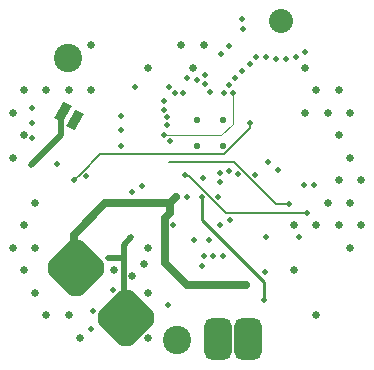
<source format=gbl>
G04*
G04 #@! TF.GenerationSoftware,Altium Limited,Altium Designer,20.0.11 (256)*
G04*
G04 Layer_Physical_Order=4*
G04 Layer_Color=16711680*
%FSLAX24Y24*%
%MOIN*%
G70*
G01*
G75*
%ADD14C,0.0100*%
%ADD67C,0.0080*%
%ADD68C,0.0040*%
%ADD72C,0.0200*%
%ADD73C,0.0060*%
%ADD75C,0.0250*%
%ADD76C,0.0803*%
G04:AMPARAMS|DCode=77|XSize=137.8mil|YSize=90.6mil|CornerRadius=22.6mil|HoleSize=0mil|Usage=FLASHONLY|Rotation=90.000|XOffset=0mil|YOffset=0mil|HoleType=Round|Shape=RoundedRectangle|*
%AMROUNDEDRECTD77*
21,1,0.1378,0.0453,0,0,90.0*
21,1,0.0925,0.0906,0,0,90.0*
1,1,0.0453,0.0226,0.0463*
1,1,0.0453,0.0226,-0.0463*
1,1,0.0453,-0.0226,-0.0463*
1,1,0.0453,-0.0226,0.0463*
%
%ADD77ROUNDEDRECTD77*%
%ADD78C,0.0945*%
%ADD79C,0.0220*%
%ADD80C,0.0200*%
%ADD81C,0.0250*%
G04:AMPARAMS|DCode=82|XSize=157.5mil|YSize=157.5mil|CornerRadius=39.4mil|HoleSize=0mil|Usage=FLASHONLY|Rotation=45.000|XOffset=0mil|YOffset=0mil|HoleType=Round|Shape=RoundedRectangle|*
%AMROUNDEDRECTD82*
21,1,0.1575,0.0787,0,0,45.0*
21,1,0.0787,0.1575,0,0,45.0*
1,1,0.0787,0.0557,0.0000*
1,1,0.0787,0.0000,-0.0557*
1,1,0.0787,-0.0557,0.0000*
1,1,0.0787,0.0000,0.0557*
%
%ADD82ROUNDEDRECTD82*%
G04:AMPARAMS|DCode=83|XSize=31.5mil|YSize=63mil|CornerRadius=0mil|HoleSize=0mil|Usage=FLASHONLY|Rotation=150.000|XOffset=0mil|YOffset=0mil|HoleType=Round|Shape=Rectangle|*
%AMROTATEDRECTD83*
4,1,4,0.0294,0.0194,-0.0021,-0.0352,-0.0294,-0.0194,0.0021,0.0352,0.0294,0.0194,0.0*
%
%ADD83ROTATEDRECTD83*%

D14*
X2769Y-3736D02*
Y-3142D01*
X700Y-1074D02*
X2769Y-3142D01*
X700Y-1074D02*
Y-300D01*
D67*
X-400Y850D02*
X1773D01*
X3173Y-550D01*
X3600D01*
X2300Y1998D02*
Y2150D01*
X1428Y1126D02*
X2300Y1998D01*
X-2675Y1126D02*
X1428D01*
X-3330Y470D02*
X-2675Y1126D01*
X-3550Y250D02*
X-3330Y470D01*
Y470D01*
D68*
X-546Y1738D02*
X1338D01*
X1732Y2132D01*
Y3150D01*
D72*
X-1898Y-4426D02*
Y-2362D01*
Y-1898D01*
X-1650Y-1650D01*
X-2431Y-2362D02*
X-1898D01*
X-4000Y2420D02*
X-3915Y2505D01*
X-4000Y1750D02*
Y2420D01*
X-5000Y750D02*
X-4000Y1750D01*
X-3569Y2206D02*
X-3506Y2269D01*
D73*
X264Y386D02*
X1500Y-850D01*
X246Y386D02*
X264D01*
X199Y433D02*
X246Y386D01*
X161Y433D02*
X199D01*
X1500Y-850D02*
X4200D01*
D75*
X-531Y-1020D02*
X-362Y-852D01*
Y-512D02*
X-150Y-300D01*
X-531Y-2500D02*
X217Y-3248D01*
X-3569Y-2756D02*
Y-1569D01*
X-2512Y-512D01*
X-531Y-2500D02*
Y-1020D01*
X-1650Y-512D02*
X-362D01*
Y-852D02*
Y-512D01*
X-2512D02*
X-1650D01*
X217Y-3248D02*
X2165D01*
D76*
X3346Y5568D02*
D03*
D77*
X1230Y-5060D02*
D03*
X2230D02*
D03*
D78*
X-3740Y4331D02*
D03*
X-108Y-5089D02*
D03*
D79*
X1407Y2240D02*
D03*
X541D02*
D03*
Y1374D02*
D03*
X1407D02*
D03*
D80*
X-2923Y-4114D02*
D03*
X-433Y-3898D02*
D03*
X-3004Y-4705D02*
D03*
X-2246Y-3406D02*
D03*
X-1299Y42D02*
D03*
X-1650Y-512D02*
D03*
X2165Y-3248D02*
D03*
X-1650Y-1650D02*
D03*
X-2431Y-2362D02*
D03*
X-150Y-300D02*
D03*
X2923Y866D02*
D03*
X935Y-1762D02*
D03*
X768Y-2274D02*
D03*
X695Y-2598D02*
D03*
X1093Y-2274D02*
D03*
X1230Y-300D02*
D03*
X433Y-1762D02*
D03*
X-266Y-1250D02*
D03*
X1407Y-2274D02*
D03*
X1299Y-1250D02*
D03*
X3248Y575D02*
D03*
X2490Y433D02*
D03*
X4104Y80D02*
D03*
X66Y3150D02*
D03*
X-177D02*
D03*
X1300Y200D02*
D03*
X161Y433D02*
D03*
X200Y-300D02*
D03*
X1624Y542D02*
D03*
X-1612Y-157D02*
D03*
X1653Y-1083D02*
D03*
X2769Y-3736D02*
D03*
X2046Y3878D02*
D03*
X3839Y4364D02*
D03*
X3511Y4277D02*
D03*
X3171Y4279D02*
D03*
X2843Y4368D02*
D03*
X2074Y5291D02*
D03*
X2046Y5630D02*
D03*
X4134Y4533D02*
D03*
X974Y3190D02*
D03*
X1438Y3140D02*
D03*
X1622Y4727D02*
D03*
X2297Y4127D02*
D03*
X2509Y4339D02*
D03*
X1355Y4459D02*
D03*
X827Y3739D02*
D03*
X805Y3440D02*
D03*
X1598Y3428D02*
D03*
X1803Y3647D02*
D03*
X550Y3573D02*
D03*
X217Y3657D02*
D03*
X2800Y-2800D02*
D03*
X700Y-300D02*
D03*
X3950Y-1644D02*
D03*
X2850D02*
D03*
X1319Y500D02*
D03*
X758Y333D02*
D03*
X-3550Y250D02*
D03*
X-350Y1550D02*
D03*
X-450Y2093D02*
D03*
X-546Y1738D02*
D03*
X2300Y2150D02*
D03*
X-5000Y750D02*
D03*
X3600Y-550D02*
D03*
X-1506Y3350D02*
D03*
X-3150Y396D02*
D03*
X-4111Y799D02*
D03*
X4200Y-850D02*
D03*
X4439Y80D02*
D03*
X1732Y3150D02*
D03*
X1900Y469D02*
D03*
X-4950Y2650D02*
D03*
Y2150D02*
D03*
Y1650D02*
D03*
X-400Y3350D02*
D03*
X-2000Y1400D02*
D03*
Y1916D02*
D03*
Y2400D02*
D03*
X-550Y2900D02*
D03*
X-450Y2350D02*
D03*
X-546Y2603D02*
D03*
D81*
X-3350Y-5000D02*
D03*
X-1100D02*
D03*
Y-3500D02*
D03*
X-1633Y-2960D02*
D03*
X-1211Y-2538D02*
D03*
X5650Y2500D02*
D03*
Y1000D02*
D03*
X6025Y250D02*
D03*
X5650Y-500D02*
D03*
X6025Y-1250D02*
D03*
X5650Y-2000D02*
D03*
X5275Y3250D02*
D03*
X4900Y2500D02*
D03*
X5275Y1750D02*
D03*
Y250D02*
D03*
X4900Y-500D02*
D03*
X5275Y-1250D02*
D03*
X4150Y4000D02*
D03*
X4525Y3250D02*
D03*
X4150Y2500D02*
D03*
X4525Y-1250D02*
D03*
Y-4250D02*
D03*
X3775Y-1250D02*
D03*
Y-2750D02*
D03*
X775Y4750D02*
D03*
X400Y4000D02*
D03*
X25Y4750D02*
D03*
X-1100Y4000D02*
D03*
Y-2000D02*
D03*
X-2225Y-2750D02*
D03*
X-2975Y4750D02*
D03*
Y3250D02*
D03*
X-3725D02*
D03*
Y-4250D02*
D03*
X-4475Y3250D02*
D03*
X-4850Y-500D02*
D03*
Y-2000D02*
D03*
Y-3500D02*
D03*
X-4475Y-4250D02*
D03*
X-5225Y3250D02*
D03*
X-5600Y2500D02*
D03*
X-5225Y1750D02*
D03*
X-5600Y1000D02*
D03*
X-5225Y-1250D02*
D03*
X-5600Y-2000D02*
D03*
X-5225Y-2750D02*
D03*
D82*
X-3499Y-2686D02*
D03*
X-1829Y-4357D02*
D03*
D83*
X-3915Y2505D02*
D03*
X-3506Y2269D02*
D03*
M02*

</source>
